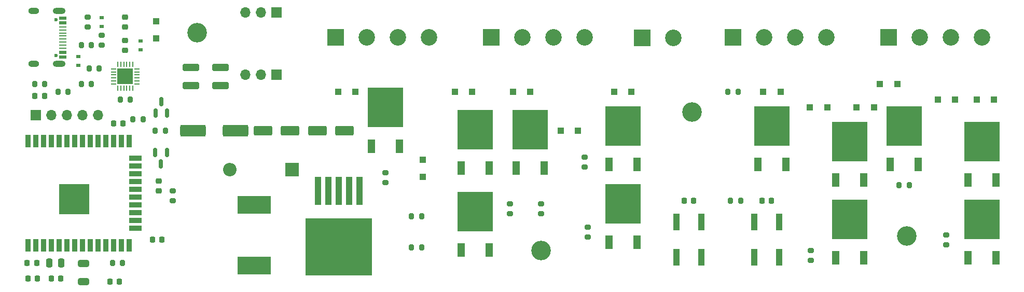
<source format=gbr>
G04 #@! TF.GenerationSoftware,KiCad,Pcbnew,6.0.10-86aedd382b~118~ubuntu22.04.1*
G04 #@! TF.CreationDate,2023-01-30T19:21:06+01:00*
G04 #@! TF.ProjectId,pcb_esp32_wled_pwm_multichannel,7063625f-6573-4703-9332-5f776c65645f,rev?*
G04 #@! TF.SameCoordinates,Original*
G04 #@! TF.FileFunction,Soldermask,Top*
G04 #@! TF.FilePolarity,Negative*
%FSLAX46Y46*%
G04 Gerber Fmt 4.6, Leading zero omitted, Abs format (unit mm)*
G04 Created by KiCad (PCBNEW 6.0.10-86aedd382b~118~ubuntu22.04.1) date 2023-01-30 19:21:06*
%MOMM*%
%LPD*%
G01*
G04 APERTURE LIST*
G04 Aperture macros list*
%AMRoundRect*
0 Rectangle with rounded corners*
0 $1 Rounding radius*
0 $2 $3 $4 $5 $6 $7 $8 $9 X,Y pos of 4 corners*
0 Add a 4 corners polygon primitive as box body*
4,1,4,$2,$3,$4,$5,$6,$7,$8,$9,$2,$3,0*
0 Add four circle primitives for the rounded corners*
1,1,$1+$1,$2,$3*
1,1,$1+$1,$4,$5*
1,1,$1+$1,$6,$7*
1,1,$1+$1,$8,$9*
0 Add four rect primitives between the rounded corners*
20,1,$1+$1,$2,$3,$4,$5,0*
20,1,$1+$1,$4,$5,$6,$7,0*
20,1,$1+$1,$6,$7,$8,$9,0*
20,1,$1+$1,$8,$9,$2,$3,0*%
G04 Aperture macros list end*
%ADD10R,1.100000X1.100000*%
%ADD11R,1.000000X2.750000*%
%ADD12R,1.200000X2.200000*%
%ADD13R,5.800000X6.400000*%
%ADD14RoundRect,0.200000X0.200000X0.275000X-0.200000X0.275000X-0.200000X-0.275000X0.200000X-0.275000X0*%
%ADD15O,1.700000X1.700000*%
%ADD16R,1.700000X1.700000*%
%ADD17C,3.200000*%
%ADD18RoundRect,0.200000X-0.275000X0.200000X-0.275000X-0.200000X0.275000X-0.200000X0.275000X0.200000X0*%
%ADD19RoundRect,0.200000X0.275000X-0.200000X0.275000X0.200000X-0.275000X0.200000X-0.275000X-0.200000X0*%
%ADD20R,0.700000X0.600000*%
%ADD21RoundRect,0.250000X1.250000X0.550000X-1.250000X0.550000X-1.250000X-0.550000X1.250000X-0.550000X0*%
%ADD22RoundRect,0.200000X-0.200000X-0.275000X0.200000X-0.275000X0.200000X0.275000X-0.200000X0.275000X0*%
%ADD23R,2.700000X2.700000*%
%ADD24C,2.700000*%
%ADD25RoundRect,0.225000X-0.225000X-0.250000X0.225000X-0.250000X0.225000X0.250000X-0.225000X0.250000X0*%
%ADD26RoundRect,0.225000X0.225000X0.250000X-0.225000X0.250000X-0.225000X-0.250000X0.225000X-0.250000X0*%
%ADD27RoundRect,0.250000X0.650000X-0.325000X0.650000X0.325000X-0.650000X0.325000X-0.650000X-0.325000X0*%
%ADD28RoundRect,0.225000X-0.250000X0.225000X-0.250000X-0.225000X0.250000X-0.225000X0.250000X0.225000X0*%
%ADD29R,5.400000X2.900000*%
%ADD30RoundRect,0.250000X-0.250000X-0.475000X0.250000X-0.475000X0.250000X0.475000X-0.250000X0.475000X0*%
%ADD31RoundRect,0.062500X-0.062500X0.350000X-0.062500X-0.350000X0.062500X-0.350000X0.062500X0.350000X0*%
%ADD32RoundRect,0.062500X-0.350000X0.062500X-0.350000X-0.062500X0.350000X-0.062500X0.350000X0.062500X0*%
%ADD33R,2.600000X2.600000*%
%ADD34R,0.900000X2.000000*%
%ADD35R,2.000000X0.900000*%
%ADD36R,5.000000X5.000000*%
%ADD37R,2.200000X2.200000*%
%ADD38O,2.200000X2.200000*%
%ADD39RoundRect,0.250000X-1.100000X0.325000X-1.100000X-0.325000X1.100000X-0.325000X1.100000X0.325000X0*%
%ADD40RoundRect,0.250000X1.825000X0.700000X-1.825000X0.700000X-1.825000X-0.700000X1.825000X-0.700000X0*%
%ADD41RoundRect,0.225000X0.250000X-0.225000X0.250000X0.225000X-0.250000X0.225000X-0.250000X-0.225000X0*%
%ADD42R,1.100000X4.600000*%
%ADD43R,10.800000X9.400000*%
%ADD44C,0.600000*%
%ADD45R,1.160000X0.580000*%
%ADD46R,1.160000X0.280000*%
%ADD47O,1.800000X1.000000*%
%ADD48O,2.100000X1.000000*%
%ADD49RoundRect,0.150000X0.150000X-0.587500X0.150000X0.587500X-0.150000X0.587500X-0.150000X-0.587500X0*%
%ADD50RoundRect,0.218750X-0.256250X0.218750X-0.256250X-0.218750X0.256250X-0.218750X0.256250X0.218750X0*%
%ADD51RoundRect,0.150000X-0.150000X0.587500X-0.150000X-0.587500X0.150000X-0.587500X0.150000X0.587500X0*%
G04 APERTURE END LIST*
D10*
G04 #@! TO.C,D111*
X162820000Y-54610000D03*
X160020000Y-54610000D03*
G04 #@! TD*
D11*
G04 #@! TO.C,SW101*
X130080000Y-74590000D03*
X130080000Y-80350000D03*
X134080000Y-74590000D03*
X134080000Y-80350000D03*
G04 #@! TD*
D12*
G04 #@! TO.C,Q111*
X164930000Y-80400000D03*
D13*
X167210000Y-74100000D03*
D12*
X169490000Y-80400000D03*
G04 #@! TD*
D14*
G04 #@! TO.C,R126*
X14236200Y-52070000D03*
X12586200Y-52070000D03*
G04 #@! TD*
D12*
G04 #@! TO.C,Q102*
X82175000Y-79130000D03*
D13*
X84455000Y-72830000D03*
D12*
X86735000Y-79130000D03*
G04 #@! TD*
D15*
G04 #@! TO.C,J107*
X47020000Y-50490000D03*
X49560000Y-50490000D03*
D16*
X52100000Y-50490000D03*
G04 #@! TD*
D17*
G04 #@! TO.C,H103*
X95250000Y-79248000D03*
G04 #@! TD*
D15*
G04 #@! TO.C,J106*
X47020000Y-40330000D03*
X49560000Y-40330000D03*
D16*
X52100000Y-40330000D03*
G04 #@! TD*
D18*
G04 #@! TO.C,R101*
X69850000Y-66485000D03*
X69850000Y-68135000D03*
G04 #@! TD*
D19*
G04 #@! TO.C,R125*
X21285200Y-42735000D03*
X21285200Y-41085000D03*
G04 #@! TD*
D20*
G04 #@! TO.C,D117*
X23571200Y-41210000D03*
X23571200Y-42610000D03*
G04 #@! TD*
D10*
G04 #@! TO.C,D104*
X90675000Y-53340000D03*
X93475000Y-53340000D03*
G04 #@! TD*
D12*
G04 #@! TO.C,Q107*
X130640000Y-65160000D03*
D13*
X132920000Y-58860000D03*
D12*
X135200000Y-65160000D03*
G04 #@! TD*
D14*
G04 #@! TO.C,R102*
X75755000Y-78740000D03*
X74105000Y-78740000D03*
G04 #@! TD*
D21*
G04 #@! TO.C,C117*
X54270000Y-59690000D03*
X49870000Y-59690000D03*
G04 #@! TD*
D22*
G04 #@! TO.C,R119*
X16396200Y-53340000D03*
X18046200Y-53340000D03*
G04 #@! TD*
D19*
G04 #@! TO.C,R111*
X161382500Y-78295000D03*
X161382500Y-76645000D03*
G04 #@! TD*
D23*
G04 #@! TO.C,J104*
X151970000Y-44450000D03*
D24*
X157050000Y-44450000D03*
X162130000Y-44450000D03*
X167210000Y-44450000D03*
G04 #@! TD*
D17*
G04 #@! TO.C,H104*
X119888000Y-56642000D03*
G04 #@! TD*
D25*
G04 #@! TO.C,C111*
X118605000Y-71120000D03*
X120155000Y-71120000D03*
G04 #@! TD*
D12*
G04 #@! TO.C,Q105*
X106305000Y-77860000D03*
D13*
X108585000Y-71560000D03*
D12*
X110865000Y-77860000D03*
G04 #@! TD*
D19*
G04 #@! TO.C,R105*
X102870000Y-77025000D03*
X102870000Y-75375000D03*
G04 #@! TD*
D10*
G04 #@! TO.C,D107*
X131520000Y-53340000D03*
X134320000Y-53340000D03*
G04 #@! TD*
D12*
G04 #@! TO.C,Q110*
X152230000Y-65160000D03*
D13*
X154510000Y-58860000D03*
D12*
X156790000Y-65160000D03*
G04 #@! TD*
D20*
G04 #@! TO.C,D115*
X29921200Y-45020000D03*
X29921200Y-46420000D03*
G04 #@! TD*
D26*
G04 #@! TO.C,C102*
X14186200Y-53975000D03*
X12636200Y-53975000D03*
G04 #@! TD*
D14*
G04 #@! TO.C,R120*
X23126200Y-49530000D03*
X21476200Y-49530000D03*
G04 #@! TD*
D27*
G04 #@! TO.C,C101*
X20574000Y-84279000D03*
X20574000Y-81329000D03*
G04 #@! TD*
D10*
G04 #@! TO.C,D105*
X101240000Y-59690000D03*
X98440000Y-59690000D03*
G04 #@! TD*
G04 #@! TO.C,D102*
X75930000Y-64365000D03*
X75930000Y-67165000D03*
G04 #@! TD*
D14*
G04 #@! TO.C,R112*
X75755000Y-73660000D03*
X74105000Y-73660000D03*
G04 #@! TD*
D18*
G04 #@! TO.C,R104*
X95250000Y-71565000D03*
X95250000Y-73215000D03*
G04 #@! TD*
D12*
G04 #@! TO.C,Q108*
X143340000Y-80400000D03*
D13*
X145620000Y-74100000D03*
D12*
X147900000Y-80400000D03*
G04 #@! TD*
D26*
G04 #@! TO.C,C103*
X33363200Y-77470000D03*
X31813200Y-77470000D03*
G04 #@! TD*
D28*
G04 #@! TO.C,C115*
X27381200Y-44945000D03*
X27381200Y-46495000D03*
G04 #@! TD*
D26*
G04 #@! TO.C,C110*
X11493200Y-83820000D03*
X13043200Y-83820000D03*
G04 #@! TD*
D21*
G04 #@! TO.C,C116*
X63160000Y-59690000D03*
X58760000Y-59690000D03*
G04 #@! TD*
D10*
G04 #@! TO.C,D109*
X149560000Y-55880000D03*
X146760000Y-55880000D03*
G04 #@! TD*
D18*
G04 #@! TO.C,R103*
X90170000Y-71565000D03*
X90170000Y-73215000D03*
G04 #@! TD*
D19*
G04 #@! TO.C,R106*
X102380000Y-65595000D03*
X102380000Y-63945000D03*
G04 #@! TD*
D12*
G04 #@! TO.C,Q109*
X143340000Y-67700000D03*
D13*
X145620000Y-61400000D03*
D12*
X147900000Y-67700000D03*
G04 #@! TD*
G04 #@! TO.C,Q101*
X67570000Y-62180000D03*
D13*
X69850000Y-55880000D03*
D12*
X72130000Y-62180000D03*
G04 #@! TD*
D23*
G04 #@! TO.C,J103*
X126570000Y-44450000D03*
D24*
X131650000Y-44450000D03*
X136730000Y-44450000D03*
X141810000Y-44450000D03*
G04 #@! TD*
D20*
G04 #@! TO.C,D116*
X19761200Y-48960000D03*
X19761200Y-47560000D03*
G04 #@! TD*
D29*
G04 #@! TO.C,L101*
X48435584Y-71760660D03*
X48435584Y-81660660D03*
G04 #@! TD*
D14*
G04 #@! TO.C,R118*
X30299200Y-57785000D03*
X28649200Y-57785000D03*
G04 #@! TD*
D19*
G04 #@! TO.C,R108*
X139270000Y-80835000D03*
X139270000Y-79185000D03*
G04 #@! TD*
D25*
G04 #@! TO.C,C108*
X25463200Y-58471500D03*
X27013200Y-58471500D03*
G04 #@! TD*
D26*
G04 #@! TO.C,C105*
X12916200Y-81280000D03*
X11366200Y-81280000D03*
G04 #@! TD*
D12*
G04 #@! TO.C,Q106*
X106305000Y-65160000D03*
D13*
X108585000Y-58860000D03*
D12*
X110865000Y-65160000D03*
G04 #@! TD*
D25*
G04 #@! TO.C,C109*
X24879000Y-84328000D03*
X26429000Y-84328000D03*
G04 #@! TD*
G04 #@! TO.C,C107*
X131305000Y-71120000D03*
X132855000Y-71120000D03*
G04 #@! TD*
D12*
G04 #@! TO.C,Q103*
X82175000Y-65795000D03*
D13*
X84455000Y-59495000D03*
D12*
X86735000Y-65795000D03*
G04 #@! TD*
D30*
G04 #@! TO.C,C104*
X15001200Y-81280000D03*
X16901200Y-81280000D03*
G04 #@! TD*
D31*
G04 #@! TO.C,U103*
X28631200Y-48862500D03*
X28131200Y-48862500D03*
X27631200Y-48862500D03*
X27131200Y-48862500D03*
X26631200Y-48862500D03*
X26131200Y-48862500D03*
D32*
X25443700Y-49550000D03*
X25443700Y-50050000D03*
X25443700Y-50550000D03*
X25443700Y-51050000D03*
X25443700Y-51550000D03*
X25443700Y-52050000D03*
D31*
X26131200Y-52737500D03*
X26631200Y-52737500D03*
X27131200Y-52737500D03*
X27631200Y-52737500D03*
X28131200Y-52737500D03*
X28631200Y-52737500D03*
D32*
X29318700Y-52050000D03*
X29318700Y-51550000D03*
X29318700Y-51050000D03*
X29318700Y-50550000D03*
X29318700Y-50050000D03*
X29318700Y-49550000D03*
D33*
X27381200Y-50800000D03*
G04 #@! TD*
D10*
G04 #@! TO.C,D108*
X141940000Y-55880000D03*
X139140000Y-55880000D03*
G04 #@! TD*
D11*
G04 #@! TO.C,SW102*
X121380000Y-74590000D03*
X121380000Y-80350000D03*
X117380000Y-80350000D03*
X117380000Y-74590000D03*
G04 #@! TD*
D23*
G04 #@! TO.C,J102*
X87140000Y-44450000D03*
D24*
X92220000Y-44450000D03*
X97300000Y-44450000D03*
X102380000Y-44450000D03*
G04 #@! TD*
D17*
G04 #@! TO.C,H102*
X154940000Y-76835000D03*
G04 #@! TD*
D34*
G04 #@! TO.C,U101*
X11506200Y-78350000D03*
X12776200Y-78350000D03*
X14046200Y-78350000D03*
X15316200Y-78350000D03*
X16586200Y-78350000D03*
X17856200Y-78350000D03*
X19126200Y-78350000D03*
X20396200Y-78350000D03*
X21666200Y-78350000D03*
X22936200Y-78350000D03*
X24206200Y-78350000D03*
X25476200Y-78350000D03*
X26746200Y-78350000D03*
X28016200Y-78350000D03*
D35*
X29016200Y-75565000D03*
X29016200Y-74295000D03*
X29016200Y-73025000D03*
X29016200Y-71755000D03*
X29016200Y-70485000D03*
X29016200Y-69215000D03*
X29016200Y-67945000D03*
X29016200Y-66675000D03*
X29016200Y-65405000D03*
X29016200Y-64135000D03*
D34*
X28016200Y-61350000D03*
X26746200Y-61350000D03*
X25476200Y-61350000D03*
X24206200Y-61350000D03*
X22936200Y-61350000D03*
X21666200Y-61350000D03*
X20396200Y-61350000D03*
X19126200Y-61350000D03*
X17856200Y-61350000D03*
X16586200Y-61350000D03*
X15316200Y-61350000D03*
X14046200Y-61350000D03*
X12776200Y-61350000D03*
X11506200Y-61350000D03*
D36*
X19006200Y-70850000D03*
G04 #@! TD*
D37*
G04 #@! TO.C,D118*
X54610000Y-66040000D03*
D38*
X44450000Y-66040000D03*
G04 #@! TD*
D12*
G04 #@! TO.C,Q112*
X164930000Y-67700000D03*
D13*
X167210000Y-61400000D03*
D12*
X169490000Y-67700000D03*
G04 #@! TD*
D14*
G04 #@! TO.C,R107*
X127395000Y-53340000D03*
X125745000Y-53340000D03*
G04 #@! TD*
D39*
G04 #@! TO.C,C112*
X38100000Y-49325000D03*
X38100000Y-52275000D03*
G04 #@! TD*
D40*
G04 #@! TO.C,C106*
X45385000Y-59690000D03*
X38435000Y-59690000D03*
G04 #@! TD*
D22*
G04 #@! TO.C,R114*
X126175000Y-71120000D03*
X127825000Y-71120000D03*
G04 #@! TD*
D14*
G04 #@! TO.C,R121*
X28206200Y-54610000D03*
X26556200Y-54610000D03*
G04 #@! TD*
D23*
G04 #@! TO.C,J101*
X61740000Y-44450000D03*
D24*
X66820000Y-44450000D03*
X71900000Y-44450000D03*
X76980000Y-44450000D03*
G04 #@! TD*
D10*
G04 #@! TO.C,D112*
X169170000Y-54610000D03*
X166370000Y-54610000D03*
G04 #@! TD*
D19*
G04 #@! TO.C,R124*
X23571200Y-45720000D03*
X23571200Y-44070000D03*
G04 #@! TD*
D39*
G04 #@! TO.C,C113*
X42940000Y-49325000D03*
X42940000Y-52275000D03*
G04 #@! TD*
D16*
G04 #@! TO.C,J105*
X12781200Y-57150000D03*
D15*
X15321200Y-57150000D03*
X17861200Y-57150000D03*
X20401200Y-57150000D03*
X22941200Y-57150000D03*
G04 #@! TD*
D41*
G04 #@! TO.C,C114*
X27381200Y-42685000D03*
X27381200Y-41135000D03*
G04 #@! TD*
D14*
G04 #@! TO.C,R117*
X33921200Y-59690000D03*
X32271200Y-59690000D03*
G04 #@! TD*
D10*
G04 #@! TO.C,D110*
X150570000Y-52070000D03*
X153370000Y-52070000D03*
G04 #@! TD*
D42*
G04 #@! TO.C,U102*
X65630000Y-69475000D03*
X63930000Y-69475000D03*
X62230000Y-69475000D03*
D43*
X62230000Y-78625000D03*
D42*
X60530000Y-69475000D03*
X58830000Y-69475000D03*
G04 #@! TD*
D22*
G04 #@! TO.C,R110*
X153685000Y-68580000D03*
X155335000Y-68580000D03*
G04 #@! TD*
D10*
G04 #@! TO.C,D101*
X62100000Y-53340000D03*
X64900000Y-53340000D03*
G04 #@! TD*
D12*
G04 #@! TO.C,Q104*
X91210000Y-65795000D03*
D13*
X93490000Y-59495000D03*
D12*
X95770000Y-65795000D03*
G04 #@! TD*
D25*
G04 #@! TO.C,C118*
X15303200Y-83820000D03*
X16853200Y-83820000D03*
G04 #@! TD*
D18*
G04 #@! TO.C,R113*
X35128200Y-69470000D03*
X35128200Y-71120000D03*
G04 #@! TD*
D10*
G04 #@! TO.C,D106*
X109985000Y-53340000D03*
X107185000Y-53340000D03*
G04 #@! TD*
D44*
G04 #@! TO.C,J109*
X16111200Y-47340000D03*
X16111200Y-41560000D03*
D45*
X17191200Y-41250000D03*
X17191200Y-42050000D03*
D46*
X17191200Y-43200000D03*
X17191200Y-44200000D03*
X17191200Y-44700000D03*
X17191200Y-45700000D03*
D45*
X17191200Y-46850000D03*
X17191200Y-47650000D03*
X17191200Y-47650000D03*
X17191200Y-46850000D03*
D46*
X17191200Y-46200000D03*
X17191200Y-45200000D03*
X17191200Y-43700000D03*
X17191200Y-42700000D03*
D45*
X17191200Y-42050000D03*
X17191200Y-41250000D03*
D47*
X12461200Y-48770000D03*
X12461200Y-40130000D03*
D48*
X16611200Y-48770000D03*
X16611200Y-40130000D03*
G04 #@! TD*
D14*
G04 #@! TO.C,R109*
X26936200Y-81280000D03*
X25286200Y-81280000D03*
G04 #@! TD*
D49*
G04 #@! TO.C,Q114*
X32334200Y-56817500D03*
X34234200Y-56817500D03*
X33284200Y-54942500D03*
G04 #@! TD*
D10*
G04 #@! TO.C,D114*
X32461200Y-41780000D03*
X32461200Y-44580000D03*
G04 #@! TD*
D50*
G04 #@! TO.C,D113*
X32842200Y-67868700D03*
X32842200Y-69443700D03*
G04 #@! TD*
D14*
G04 #@! TO.C,R122*
X21856200Y-52070000D03*
X20206200Y-52070000D03*
G04 #@! TD*
D51*
G04 #@! TO.C,Q113*
X34173200Y-63197500D03*
X32273200Y-63197500D03*
X33223200Y-65072500D03*
G04 #@! TD*
D14*
G04 #@! TO.C,R123*
X21856200Y-45720000D03*
X20206200Y-45720000D03*
G04 #@! TD*
D10*
G04 #@! TO.C,D103*
X83950000Y-53340000D03*
X81150000Y-53340000D03*
G04 #@! TD*
D23*
G04 #@! TO.C,J108*
X111736000Y-44501500D03*
D24*
X116816000Y-44501500D03*
G04 #@! TD*
D17*
G04 #@! TO.C,H101*
X39116000Y-43688000D03*
G04 #@! TD*
M02*

</source>
